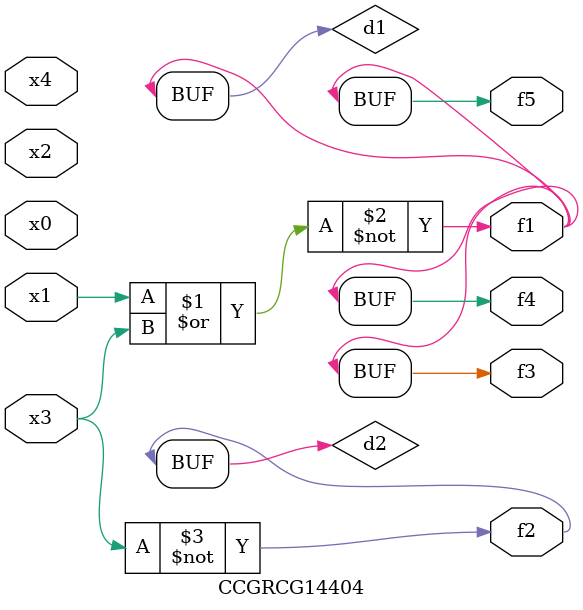
<source format=v>
module CCGRCG14404(
	input x0, x1, x2, x3, x4,
	output f1, f2, f3, f4, f5
);

	wire d1, d2;

	nor (d1, x1, x3);
	not (d2, x3);
	assign f1 = d1;
	assign f2 = d2;
	assign f3 = d1;
	assign f4 = d1;
	assign f5 = d1;
endmodule

</source>
